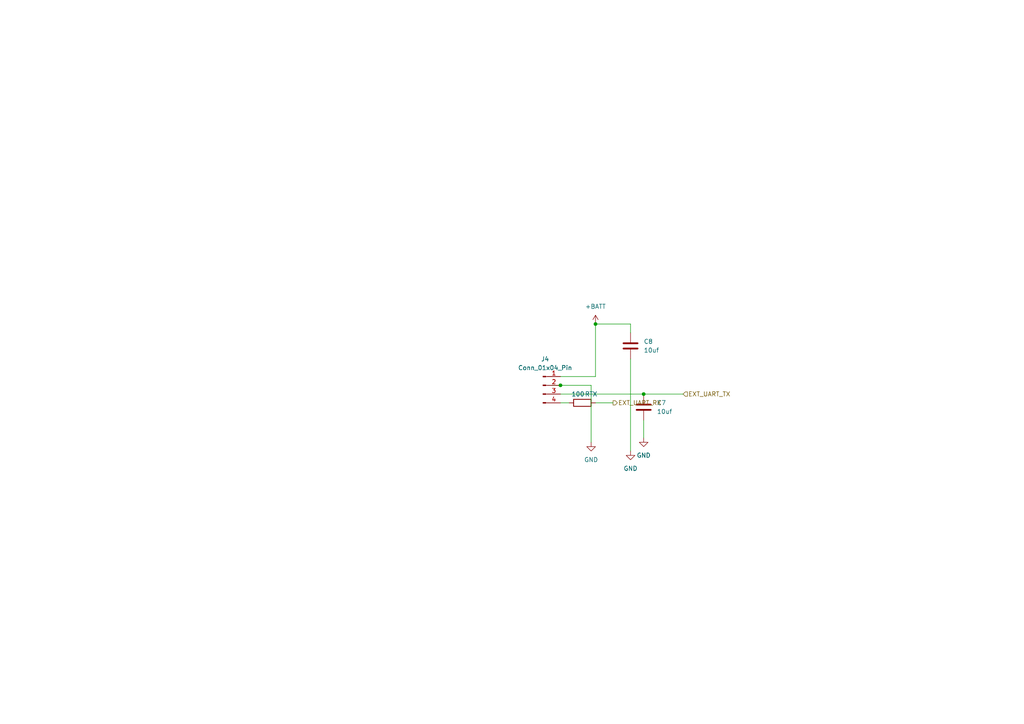
<source format=kicad_sch>
(kicad_sch (version 20230121) (generator eeschema)
  (paper "A4")
  (lib_symbols
    (symbol "Connector:Conn_01x04_Pin" (pin_names (offset 1.016) hide)
      (property "Reference" "J" (at 0 5.08 0))
      (property "Value" "Conn_01x04_Pin" (at 0 -7.62 0))
      (symbol "Conn_01x04_Pin_1_1"
        (polyline (pts (xy 1.27 -5.08) (xy 0.8636 -5.08)) (stroke (width 0.1524)))
        (polyline (pts (xy 1.27 -2.54) (xy 0.8636 -2.54)) (stroke (width 0.1524)))
        (polyline (pts (xy 1.27 0) (xy 0.8636 0)) (stroke (width 0.1524)))
        (polyline (pts (xy 1.27 2.54) (xy 0.8636 2.54)) (stroke (width 0.1524)))
        (rectangle (start 0.8636 -4.953) (end 0 -5.207) (stroke (width 0.1524)) (fill (type outline)))
        (rectangle (start 0.8636 -2.413) (end 0 -2.667) (stroke (width 0.1524)) (fill (type outline)))
        (rectangle (start 0.8636 0.127) (end 0 -0.127) (stroke (width 0.1524)) (fill (type outline)))
        (rectangle (start 0.8636 2.667) (end 0 2.413) (stroke (width 0.1524)) (fill (type outline)))
        (pin passive line (at 5.08 2.54 180) (length 3.81) (name "Pin_1") (number "1"))
        (pin passive line (at 5.08 0 180) (length 3.81) (name "Pin_2") (number "2"))
        (pin passive line (at 5.08 -2.54 180) (length 3.81) (name "Pin_3") (number "3"))
        (pin passive line (at 5.08 -5.08 180) (length 3.81) (name "Pin_4") (number "4"))
      )
    )
    (symbol "Device:C" (pin_numbers hide) (pin_names (offset 0.254))
      (property "Reference" "C" (at 0.635 2.54 0))
      (property "Value" "C" (at 0.635 -2.54 0))
      (symbol "C_0_1"
        (polyline (pts (xy -2.032 -0.762) (xy 2.032 -0.762)) (stroke (width 0.508)))
        (polyline (pts (xy -2.032 0.762) (xy 2.032 0.762)) (stroke (width 0.508)))
      )
      (symbol "C_1_1"
        (pin passive line (at 0 3.81 270) (length 2.794) (name "~") (number "1"))
        (pin passive line (at 0 -3.81 90) (length 2.794) (name "~") (number "2"))
      )
    )
    (symbol "Device:R" (pin_numbers hide) (pin_names (offset 0))
      (property "Reference" "R" (at 2.032 0 90))
      (property "Value" "R" (at 0 0 90))
      (symbol "R_0_1"
        (rectangle (start -1.016 -2.54) (end 1.016 2.54) (stroke (width 0.254)))
      )
      (symbol "R_1_1"
        (pin passive line (at 0 3.81 270) (length 1.27) (name "~") (number "1"))
        (pin passive line (at 0 -3.81 90) (length 1.27) (name "~") (number "2"))
      )
    )
    (symbol "power:+BATT" (power) (pin_names (offset 0))
      (property "Value" "+BATT" (at 0 3.556 0))
      (symbol "+BATT_0_1"
        (polyline (pts (xy -0.762 1.27) (xy 0 2.54)))
        (polyline (pts (xy 0 0) (xy 0 2.54)))
        (polyline (pts (xy 0 2.54) (xy 0.762 1.27)))
      )
      (symbol "+BATT_1_1"
        (pin power_in line (at 0 0 90) (length 0) hide (name "+BATT") (number "1"))
      )
    )
    (symbol "power:GND" (power) (pin_names (offset 0))
      (property "Value" "GND" (at 0 -3.81 0))
      (symbol "GND_0_1"
        (polyline (pts (xy 0 0) (xy 0 -1.27) (xy 1.27 -1.27) (xy 0 -2.54) (xy -1.27 -1.27) (xy 0 -1.27)))
      )
      (symbol "GND_1_1"
        (pin power_in line (at 0 0 270) (length 0) hide (name "GND") (number "1"))
      )
    )
  )
  (junction (at 162.56 111.76))
  (junction (at 172.72 93.98))
  (junction (at 186.69 114.3))
  (wire (pts (xy 182.88 93.98) (xy 172.72 93.98)))
  (wire (pts (xy 162.56 111.76) (xy 171.45 111.76)))
  (wire (pts (xy 172.72 116.84) (xy 177.8 116.84)))
  (wire (pts (xy 182.88 104.14) (xy 182.88 130.81)))
  (wire (pts (xy 162.56 116.84) (xy 165.1 116.84)))
  (wire (pts (xy 162.56 109.22) (xy 172.72 109.22)))
  (wire (pts (xy 186.69 114.3) (xy 198.12 114.3)))
  (wire (pts (xy 182.88 93.98) (xy 182.88 96.52)))
  (wire (pts (xy 186.69 121.92) (xy 186.69 127)))
  (wire (pts (xy 171.45 111.76) (xy 171.45 128.27)))
  (wire (pts (xy 172.72 93.98) (xy 172.72 109.22)))
  (wire (pts (xy 160.02 111.76) (xy 162.56 111.76)))
  (wire (pts (xy 162.56 114.3) (xy 186.69 114.3)))
  (hierarchical_label "EXT_UART_RX" (shape output) (at 177.8 116.84 0))
  (hierarchical_label "EXT_UART_TX" (shape input) (at 198.12 114.3 0))
  (symbol (lib_id "power:GND") (at 182.88 130.81 0) (unit 1)
    (property "Reference" "#PWR040" (effects hide))
    (property "Value" "GND" (at 182.88 135.89 0))
  )
  (symbol (lib_id "power:+BATT") (at 172.72 93.98 0) (unit 1)
    (property "Reference" "#PWR030" (effects hide))
    (property "Value" "+BATT" (at 172.72 88.9 0))
  )
  (symbol (lib_id "Device:R") (at 168.91 116.84 90) (unit 1)
    (property "Reference" "RTX" (at 171.45 114.3 90))
    (property "Value" "100" (at 167.64 114.3 90))
  )
  (symbol (lib_id "Connector:Conn_01x04_Pin") (at 157.48 111.76 0) (unit 1)
    (property "Reference" "J4" (at 158.115 104.14 0))
    (property "Value" "Conn_01x04_Pin" (at 158.115 106.68 0))
    (property "Footprint" "Connector_PinHeader_2.54mm:PinHeader_1x04_P2.54mm_Vertical" (effects hide))
  )
  (symbol (lib_id "power:GND") (at 186.69 127 0) (unit 1)
    (property "Reference" "#PWR039" (effects hide))
    (property "Value" "GND" (at 186.69 132.08 0))
  )
  (symbol (lib_id "power:GND") (at 171.45 128.27 0) (unit 1)
    (property "Reference" "#PWR031" (effects hide))
    (property "Value" "GND" (at 171.45 133.35 0))
  )
  (symbol (lib_id "Device:C") (at 182.88 100.33 180) (unit 1)
    (property "Reference" "C8" (at 186.69 99.06 0) (effects (justify right)))
    (property "Value" "10uf" (at 186.69 101.6 0) (effects (justify right)))
  )
  (symbol (lib_id "Device:C") (at 186.69 118.11 180) (unit 1)
    (property "Reference" "C7" (at 190.5 116.84 0) (effects (justify right)))
    (property "Value" "10uf" (at 190.5 119.38 0) (effects (justify right)))
  )
)
</source>
